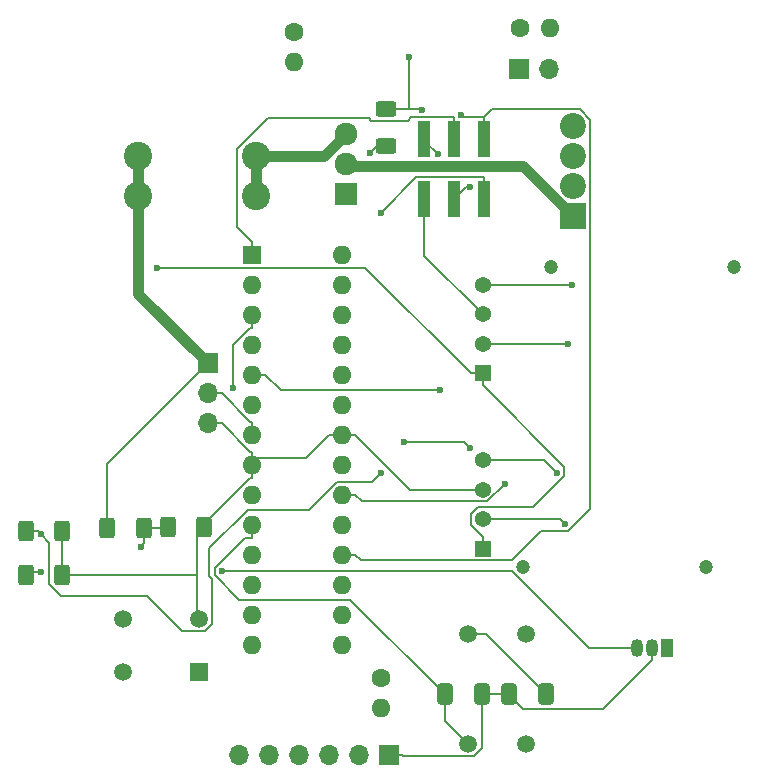
<source format=gbr>
%TF.GenerationSoftware,KiCad,Pcbnew,8.0.1-rc1*%
%TF.CreationDate,2024-11-22T07:55:53-08:00*%
%TF.ProjectId,AMS - CANBus Sensor - Vacuum,414d5320-2d20-4434-914e-427573205365,rev?*%
%TF.SameCoordinates,Original*%
%TF.FileFunction,Copper,L1,Top*%
%TF.FilePolarity,Positive*%
%FSLAX46Y46*%
G04 Gerber Fmt 4.6, Leading zero omitted, Abs format (unit mm)*
G04 Created by KiCad (PCBNEW 8.0.1-rc1) date 2024-11-22 07:55:53*
%MOMM*%
%LPD*%
G01*
G04 APERTURE LIST*
G04 Aperture macros list*
%AMRoundRect*
0 Rectangle with rounded corners*
0 $1 Rounding radius*
0 $2 $3 $4 $5 $6 $7 $8 $9 X,Y pos of 4 corners*
0 Add a 4 corners polygon primitive as box body*
4,1,4,$2,$3,$4,$5,$6,$7,$8,$9,$2,$3,0*
0 Add four circle primitives for the rounded corners*
1,1,$1+$1,$2,$3*
1,1,$1+$1,$4,$5*
1,1,$1+$1,$6,$7*
1,1,$1+$1,$8,$9*
0 Add four rect primitives between the rounded corners*
20,1,$1+$1,$2,$3,$4,$5,0*
20,1,$1+$1,$4,$5,$6,$7,0*
20,1,$1+$1,$6,$7,$8,$9,0*
20,1,$1+$1,$8,$9,$2,$3,0*%
G04 Aperture macros list end*
%TA.AperFunction,ComponentPad*%
%ADD10C,2.400000*%
%TD*%
%TA.AperFunction,ComponentPad*%
%ADD11R,1.500000X1.500000*%
%TD*%
%TA.AperFunction,ComponentPad*%
%ADD12C,1.500000*%
%TD*%
%TA.AperFunction,ComponentPad*%
%ADD13C,1.200000*%
%TD*%
%TA.AperFunction,ComponentPad*%
%ADD14R,1.920000X1.920000*%
%TD*%
%TA.AperFunction,ComponentPad*%
%ADD15C,1.920000*%
%TD*%
%TA.AperFunction,SMDPad,CuDef*%
%ADD16RoundRect,0.250000X-0.412500X-0.650000X0.412500X-0.650000X0.412500X0.650000X-0.412500X0.650000X0*%
%TD*%
%TA.AperFunction,SMDPad,CuDef*%
%ADD17RoundRect,0.250000X-0.400000X-0.625000X0.400000X-0.625000X0.400000X0.625000X-0.400000X0.625000X0*%
%TD*%
%TA.AperFunction,ComponentPad*%
%ADD18C,1.600000*%
%TD*%
%TA.AperFunction,ComponentPad*%
%ADD19O,1.600000X1.600000*%
%TD*%
%TA.AperFunction,ComponentPad*%
%ADD20R,2.200000X2.200000*%
%TD*%
%TA.AperFunction,ComponentPad*%
%ADD21C,2.200000*%
%TD*%
%TA.AperFunction,ComponentPad*%
%ADD22R,1.365000X1.365000*%
%TD*%
%TA.AperFunction,ComponentPad*%
%ADD23C,1.365000*%
%TD*%
%TA.AperFunction,ComponentPad*%
%ADD24R,1.700000X1.700000*%
%TD*%
%TA.AperFunction,ComponentPad*%
%ADD25O,1.700000X1.700000*%
%TD*%
%TA.AperFunction,SMDPad,CuDef*%
%ADD26R,1.000000X3.150000*%
%TD*%
%TA.AperFunction,ComponentPad*%
%ADD27R,1.600000X1.600000*%
%TD*%
%TA.AperFunction,SMDPad,CuDef*%
%ADD28RoundRect,0.250000X0.412500X0.650000X-0.412500X0.650000X-0.412500X-0.650000X0.412500X-0.650000X0*%
%TD*%
%TA.AperFunction,ComponentPad*%
%ADD29R,1.050000X1.500000*%
%TD*%
%TA.AperFunction,ComponentPad*%
%ADD30O,1.050000X1.500000*%
%TD*%
%TA.AperFunction,SMDPad,CuDef*%
%ADD31RoundRect,0.250000X0.625000X-0.400000X0.625000X0.400000X-0.625000X0.400000X-0.625000X-0.400000X0*%
%TD*%
%TA.AperFunction,ViaPad*%
%ADD32C,0.600000*%
%TD*%
%TA.AperFunction,Conductor*%
%ADD33C,0.200000*%
%TD*%
%TA.AperFunction,Conductor*%
%ADD34C,0.889000*%
%TD*%
G04 APERTURE END LIST*
D10*
%TO.P,U5,1,1*%
%TO.N,Net-(Q1-Pad3)*%
X134999500Y-70018000D03*
%TO.P,U5,2,2*%
X134999500Y-73418000D03*
%TO.P,U5,3,3*%
%TO.N,+VDC*%
X125079500Y-70018000D03*
%TO.P,U5,4,4*%
X125079500Y-73418000D03*
%TD*%
D11*
%TO.P,Reset1,1,NO_1*%
%TO.N,/BareMinAtmel328P/RESET*%
X130246900Y-113672200D03*
D12*
%TO.P,Reset1,2,NO_2*%
%TO.N,unconnected-(Reset1-NO_2-Pad2)*%
X123746900Y-113672200D03*
%TO.P,Reset1,3,COM_1*%
%TO.N,GND*%
X130246900Y-109172200D03*
%TO.P,Reset1,4,COM_2*%
%TO.N,unconnected-(Reset1-COM_2-Pad4)*%
X123746900Y-109172200D03*
%TD*%
D13*
%TO.P,R15,1*%
%TO.N,Net-(IC9-RG_1)*%
X157647100Y-104798200D03*
%TO.P,R15,2*%
%TO.N,Net-(IC9-RG_2)*%
X173147100Y-104798200D03*
%TD*%
%TO.P,R14,1*%
%TO.N,Net-(IC8-RG_1)*%
X159993000Y-79369700D03*
%TO.P,R14,2*%
%TO.N,Net-(IC8-RG_2)*%
X175493000Y-79369700D03*
%TD*%
D14*
%TO.P,Q1,1*%
%TO.N,Net-(Q1-Pad1)*%
X142661000Y-73200500D03*
D15*
%TO.P,Q1,2*%
%TO.N,Net-(J1-Pin_1)*%
X142661000Y-70660500D03*
%TO.P,Q1,3*%
%TO.N,Net-(Q1-Pad3)*%
X142661000Y-68120500D03*
%TD*%
D16*
%TO.P,C3,1*%
%TO.N,Net-(U2-XTAL2{slash}PB7)*%
X151058600Y-115592400D03*
%TO.P,C3,2*%
%TO.N,GND*%
X154183600Y-115592400D03*
%TD*%
D17*
%TO.P,R17,1*%
%TO.N,Net-(IC1-+IN_A)*%
X127568600Y-101447900D03*
%TO.P,R17,2*%
%TO.N,GND*%
X130668600Y-101447900D03*
%TD*%
D18*
%TO.P,R7,1*%
%TO.N,Net-(J5-Pin_2)*%
X157377500Y-59141700D03*
D19*
%TO.P,R7,2*%
%TO.N,CANBUS_L*%
X159917500Y-59141700D03*
%TD*%
D20*
%TO.P,J1,1,Pin_1*%
%TO.N,Net-(J1-Pin_1)*%
X161878800Y-75088800D03*
D21*
%TO.P,J1,2,Pin_2*%
%TO.N,GND*%
X161878800Y-72548800D03*
%TO.P,J1,3,Pin_3*%
%TO.N,CANBUS_H*%
X161878800Y-70008800D03*
%TO.P,J1,4,Pin_4*%
%TO.N,CANBUS_L*%
X161878800Y-67468800D03*
%TD*%
D22*
%TO.P,IC6,1,VCC*%
%TO.N,+10V*%
X154212600Y-103245600D03*
D23*
%TO.P,IC6,2,OUTPUT_A*%
%TO.N,Net-(IC6-OUTPUT_A)*%
X154212600Y-100745600D03*
%TO.P,IC6,3,GROUND*%
%TO.N,GND*%
X154212600Y-98245600D03*
%TO.P,IC6,4,OUTPUT_B*%
%TO.N,Net-(IC6-OUTPUT_B)*%
X154212600Y-95745600D03*
%TD*%
D18*
%TO.P,NTC1,1*%
%TO.N,/BareMinAtmel328P/PC0-A0*%
X145636900Y-114199700D03*
D19*
%TO.P,NTC1,2*%
%TO.N,+5V*%
X145636900Y-116739700D03*
%TD*%
D17*
%TO.P,R16,1*%
%TO.N,+VDC*%
X122436000Y-101475200D03*
%TO.P,R16,2*%
%TO.N,Net-(IC1-+IN_A)*%
X125536000Y-101475200D03*
%TD*%
D24*
%TO.P,J3,1,Pin_1*%
%TO.N,GND*%
X146254600Y-120744200D03*
D25*
%TO.P,J3,2,Pin_2*%
%TO.N,unconnected-(J3-Pin_2-Pad2)*%
X143714600Y-120744200D03*
%TO.P,J3,3,Pin_3*%
%TO.N,+5V*%
X141174600Y-120744200D03*
%TO.P,J3,4,Pin_4*%
%TO.N,/BareMinAtmel328P/PD0-RX*%
X138634600Y-120744200D03*
%TO.P,J3,5,Pin_5*%
%TO.N,/BareMinAtmel328P/PD1-TX*%
X136094600Y-120744200D03*
%TO.P,J3,6,Pin_6*%
%TO.N,Net-(J3-Pin_6)*%
X133554600Y-120744200D03*
%TD*%
D22*
%TO.P,IC4,1,VCC*%
%TO.N,+10V*%
X154212600Y-88411000D03*
D23*
%TO.P,IC4,2,OUTPUT_A*%
%TO.N,Net-(IC4-OUTPUT_A)*%
X154212600Y-85911000D03*
%TO.P,IC4,3,GROUND*%
%TO.N,GND*%
X154212600Y-83411000D03*
%TO.P,IC4,4,OUTPUT_B*%
%TO.N,Net-(IC4-OUTPUT_B)*%
X154212600Y-80911000D03*
%TD*%
D18*
%TO.P,R6,1*%
%TO.N,Net-(U4-Rs)*%
X138245100Y-59523000D03*
D19*
%TO.P,R6,2*%
%TO.N,GND*%
X138245100Y-62063000D03*
%TD*%
D24*
%TO.P,Powerboard1,1,Pin_1*%
%TO.N,+VDC*%
X130976300Y-87552600D03*
D25*
%TO.P,Powerboard1,2,Pin_2*%
%TO.N,+5V*%
X130976300Y-90092600D03*
%TO.P,Powerboard1,3,Pin_3*%
%TO.N,GND*%
X130976300Y-92632600D03*
%TD*%
D26*
%TO.P,J4,1,Pin_1*%
%TO.N,/BareMinAtmel328P/PB4-D12-MISO*%
X154355600Y-68596200D03*
%TO.P,J4,2,Pin_2*%
%TO.N,/BareMinAtmel328P/PB5-D13-SCK*%
X154355600Y-73646200D03*
%TO.P,J4,3,Pin_3*%
%TO.N,/BareMinAtmel328P/RESET*%
X151815600Y-68596200D03*
%TO.P,J4,4,Pin_4*%
%TO.N,+5V*%
X151815600Y-73646200D03*
%TO.P,J4,5,Pin_5*%
%TO.N,/BareMinAtmel328P/PB3-D11-MOSI*%
X149275600Y-68596200D03*
%TO.P,J4,6,Pin_6*%
%TO.N,GND*%
X149275600Y-73646200D03*
%TD*%
D27*
%TO.P,U2,1,~{RESET}/PC6*%
%TO.N,/BareMinAtmel328P/RESET*%
X134701200Y-78351400D03*
D19*
%TO.P,U2,2,PD0*%
%TO.N,/BareMinAtmel328P/PD0-RX*%
X134701200Y-80891400D03*
%TO.P,U2,3,PD1*%
%TO.N,/BareMinAtmel328P/PD1-TX*%
X134701200Y-83431400D03*
%TO.P,U2,4,PD2*%
%TO.N,/BareMinAtmel328P/PD2-D2*%
X134701200Y-85971400D03*
%TO.P,U2,5,PD3*%
%TO.N,/ADS1115/Alert{slash}Ready*%
X134701200Y-88511400D03*
%TO.P,U2,6,PD4*%
%TO.N,/BareMinAtmel328P/PD4-D4*%
X134701200Y-91051400D03*
%TO.P,U2,7,VCC*%
%TO.N,+5V*%
X134701200Y-93591400D03*
%TO.P,U2,8,GND*%
%TO.N,GND*%
X134701200Y-96131400D03*
%TO.P,U2,9,XTAL1/PB6*%
%TO.N,Net-(U2-XTAL1{slash}PB6)*%
X134701200Y-98671400D03*
%TO.P,U2,10,XTAL2/PB7*%
%TO.N,Net-(U2-XTAL2{slash}PB7)*%
X134701200Y-101211400D03*
%TO.P,U2,11,PD5*%
%TO.N,/BareMinAtmel328P/PD5-D5*%
X134701200Y-103751400D03*
%TO.P,U2,12,PD6*%
%TO.N,/BareMinAtmel328P/PD6-D6*%
X134701200Y-106291400D03*
%TO.P,U2,13,PD7*%
%TO.N,/BareMinAtmel328P/PD7-D7*%
X134701200Y-108831400D03*
%TO.P,U2,14,PB0*%
%TO.N,/BareMinAtmel328P/PB0-D8*%
X134701200Y-111371400D03*
%TO.P,U2,15,PB1*%
%TO.N,/BareMinAtmel328P/PB1-D9*%
X142321200Y-111371400D03*
%TO.P,U2,16,PB2*%
%TO.N,/BareMinAtmel328P/PB2-D10-SS*%
X142321200Y-108831400D03*
%TO.P,U2,17,PB3*%
%TO.N,/BareMinAtmel328P/PB3-D11-MOSI*%
X142321200Y-106291400D03*
%TO.P,U2,18,PB4*%
%TO.N,/BareMinAtmel328P/PB4-D12-MISO*%
X142321200Y-103751400D03*
%TO.P,U2,19,PB5*%
%TO.N,/BareMinAtmel328P/PB5-D13-SCK*%
X142321200Y-101211400D03*
%TO.P,U2,20,AVCC*%
%TO.N,+5V*%
X142321200Y-98671400D03*
%TO.P,U2,21,AREF*%
%TO.N,/BareMinAtmel328P/AREF*%
X142321200Y-96131400D03*
%TO.P,U2,22,GND*%
%TO.N,GND*%
X142321200Y-93591400D03*
%TO.P,U2,23,PC0*%
%TO.N,/BareMinAtmel328P/PC0-A0*%
X142321200Y-91051400D03*
%TO.P,U2,24,PC1*%
%TO.N,/BareMinAtmel328P/PC1-A1*%
X142321200Y-88511400D03*
%TO.P,U2,25,PC2*%
%TO.N,/BareMinAtmel328P/PC2-A2*%
X142321200Y-85971400D03*
%TO.P,U2,26,PC3*%
%TO.N,/BareMinAtmel328P/PC3-A3*%
X142321200Y-83431400D03*
%TO.P,U2,27,PC4*%
%TO.N,/SDAB*%
X142321200Y-80891400D03*
%TO.P,U2,28,PC5*%
%TO.N,/SCLB*%
X142321200Y-78351400D03*
%TD*%
D24*
%TO.P,J5,1,Pin_1*%
%TO.N,CANBUS_H*%
X157311000Y-62619500D03*
D25*
%TO.P,J5,2,Pin_2*%
%TO.N,Net-(J5-Pin_2)*%
X159851000Y-62619500D03*
%TD*%
D17*
%TO.P,R19,1*%
%TO.N,/ADS1115/AIN0*%
X115539900Y-105468100D03*
%TO.P,R19,2*%
%TO.N,GND*%
X118639900Y-105468100D03*
%TD*%
D12*
%TO.P,Y2,1,1*%
%TO.N,Net-(U3-OSC1)*%
X153001300Y-110501200D03*
%TO.P,Y2,2,2*%
%TO.N,Net-(U3-OSC2)*%
X157881300Y-110501200D03*
%TD*%
D28*
%TO.P,C5,1*%
%TO.N,Net-(U3-OSC1)*%
X159583600Y-115580100D03*
%TO.P,C5,2*%
%TO.N,GND*%
X156458600Y-115580100D03*
%TD*%
D12*
%TO.P,Y1,1,1*%
%TO.N,Net-(U2-XTAL2{slash}PB7)*%
X152976400Y-119755600D03*
%TO.P,Y1,2,2*%
%TO.N,Net-(U2-XTAL1{slash}PB6)*%
X157856400Y-119755600D03*
%TD*%
D29*
%TO.P,U1,1,REF*%
%TO.N,+2V5*%
X169814800Y-111629200D03*
D30*
%TO.P,U1,2,A*%
%TO.N,GND*%
X168544800Y-111629200D03*
%TO.P,U1,3,K*%
%TO.N,+2V5*%
X167274800Y-111629200D03*
%TD*%
D17*
%TO.P,R18,1*%
%TO.N,/ADS1115/AIN3*%
X115545200Y-101795800D03*
%TO.P,R18,2*%
%TO.N,GND*%
X118645200Y-101795800D03*
%TD*%
D31*
%TO.P,R5,1*%
%TO.N,Net-(U3-~{RESET})*%
X146060400Y-69117100D03*
%TO.P,R5,2*%
%TO.N,+5V*%
X146060400Y-66017100D03*
%TD*%
D32*
%TO.N,Net-(IC6-OUTPUT_A)*%
X161213100Y-101189400D03*
%TO.N,Net-(IC6-OUTPUT_B)*%
X160513900Y-96831600D03*
%TO.N,Net-(IC4-OUTPUT_A)*%
X161447600Y-85911000D03*
%TO.N,Net-(IC4-OUTPUT_B)*%
X161775000Y-80911000D03*
%TO.N,/ADS1115/AIN2*%
X147586200Y-94242500D03*
X153143600Y-94705800D03*
%TO.N,/ADS1115/Alert{slash}Ready*%
X150641300Y-89839500D03*
%TO.N,Net-(IC1-+IN_A)*%
X125260600Y-103081700D03*
%TO.N,Net-(U3-~{RESET})*%
X144668200Y-69720800D03*
%TO.N,+2V5*%
X132131200Y-105169500D03*
%TO.N,+10V*%
X126647800Y-79481400D03*
%TO.N,/ADS1115/AIN0*%
X116866100Y-105230600D03*
%TO.N,/ADS1115/AIN3*%
X145575200Y-96856600D03*
X116799200Y-102045700D03*
%TO.N,/BareMinAtmel328P/PD1-TX*%
X133070600Y-89659900D03*
%TO.N,/BareMinAtmel328P/PB4-D12-MISO*%
X152428100Y-66517200D03*
%TO.N,/BareMinAtmel328P/PB3-D11-MOSI*%
X150424300Y-69869400D03*
%TO.N,/BareMinAtmel328P/PB5-D13-SCK*%
X145581000Y-74799700D03*
%TO.N,+5V*%
X156118300Y-97744900D03*
X153111200Y-72658300D03*
X149122600Y-66084300D03*
X148008700Y-61592000D03*
%TD*%
D33*
%TO.N,Net-(IC6-OUTPUT_A)*%
X160769300Y-100745600D02*
X161213100Y-101189400D01*
X154212600Y-100745600D02*
X160769300Y-100745600D01*
%TO.N,Net-(IC6-OUTPUT_B)*%
X159427900Y-95745600D02*
X160513900Y-96831600D01*
X154212600Y-95745600D02*
X159427900Y-95745600D01*
%TO.N,Net-(IC4-OUTPUT_A)*%
X154212600Y-85911000D02*
X161447600Y-85911000D01*
%TO.N,Net-(IC4-OUTPUT_B)*%
X154212600Y-80911000D02*
X161775000Y-80911000D01*
%TO.N,/ADS1115/AIN2*%
X152680300Y-94242500D02*
X147586200Y-94242500D01*
X153143600Y-94705800D02*
X152680300Y-94242500D01*
%TO.N,/ADS1115/Alert{slash}Ready*%
X134701200Y-88511400D02*
X135802900Y-88511400D01*
X137131000Y-89839500D02*
X150641300Y-89839500D01*
X135802900Y-88511400D02*
X137131000Y-89839500D01*
%TO.N,Net-(IC1-+IN_A)*%
X127541300Y-101475200D02*
X127568600Y-101447900D01*
X125536000Y-101475200D02*
X127541300Y-101475200D01*
X125536000Y-102806300D02*
X125260600Y-103081700D01*
X125536000Y-101475200D02*
X125536000Y-102806300D01*
%TO.N,Net-(U3-~{RESET})*%
X145271900Y-69117100D02*
X144668200Y-69720800D01*
X146060400Y-69117100D02*
X145271900Y-69117100D01*
%TO.N,+2V5*%
X156743200Y-105169500D02*
X132131200Y-105169500D01*
X163202900Y-111629200D02*
X156743200Y-105169500D01*
X167274800Y-111629200D02*
X163202900Y-111629200D01*
%TO.N,+10V*%
X144298800Y-79481400D02*
X126647800Y-79481400D01*
X153228400Y-88411000D02*
X144298800Y-79481400D01*
X153720500Y-88411000D02*
X153228400Y-88411000D01*
X153720500Y-88411000D02*
X154212600Y-88411000D01*
X154212600Y-88411000D02*
X154212600Y-89395200D01*
X154212600Y-103245600D02*
X154212600Y-102261400D01*
X161136100Y-96318700D02*
X154212600Y-89395200D01*
X161136100Y-97061700D02*
X161136100Y-96318700D01*
X158497300Y-99700500D02*
X161136100Y-97061700D01*
X153804700Y-99700500D02*
X158497300Y-99700500D01*
X153228400Y-100276800D02*
X153804700Y-99700500D01*
X153228400Y-101277200D02*
X153228400Y-100276800D01*
X154212600Y-102261400D02*
X153228400Y-101277200D01*
%TO.N,Net-(J1-Pin_1)*%
X161878800Y-75088800D02*
X161878900Y-75088700D01*
D34*
X157606000Y-70815700D02*
X161878900Y-75088700D01*
X142816000Y-70815700D02*
X157606000Y-70815700D01*
X142661000Y-70660500D02*
X142816000Y-70815700D01*
X161878900Y-75088700D02*
X161879000Y-75088800D01*
D33*
%TO.N,Net-(U3-OSC1)*%
X154504700Y-110501200D02*
X153001300Y-110501200D01*
X159583600Y-115580100D02*
X154504700Y-110501200D01*
%TO.N,Net-(U2-XTAL2{slash}PB7)*%
X151058600Y-117837800D02*
X151058600Y-115592400D01*
X152976400Y-119755600D02*
X151058600Y-117837800D01*
X134701200Y-101211400D02*
X134701200Y-102313100D01*
X134085300Y-102313100D02*
X134701200Y-102313100D01*
X131529500Y-104868900D02*
X134085300Y-102313100D01*
X131529500Y-105473900D02*
X131529500Y-104868900D01*
X133617000Y-107561400D02*
X131529500Y-105473900D01*
X143027600Y-107561400D02*
X133617000Y-107561400D01*
X151058600Y-115592400D02*
X143027600Y-107561400D01*
D34*
%TO.N,Net-(Q1-Pad3)*%
X135000000Y-71718000D02*
X135000000Y-73418000D01*
D33*
X134999500Y-71718500D02*
X134999500Y-73418000D01*
X135000000Y-71718000D02*
X134999500Y-71718500D01*
X137882000Y-70018000D02*
X134999500Y-70018000D01*
D34*
X140764000Y-70018000D02*
X137882000Y-70018000D01*
X142661000Y-68120500D02*
X140764000Y-70018000D01*
X135000000Y-70018000D02*
X135000000Y-71718000D01*
X137882000Y-70018000D02*
X135000000Y-70018000D01*
D33*
%TO.N,/ADS1115/AIN0*%
X116866100Y-105230700D02*
X116866100Y-105230600D01*
X115777300Y-105230700D02*
X116866100Y-105230700D01*
X115539900Y-105468100D02*
X115777300Y-105230700D01*
%TO.N,/ADS1115/AIN3*%
X116549300Y-101795800D02*
X116799200Y-102045700D01*
X115545200Y-101795800D02*
X116549300Y-101795800D01*
X144862100Y-97569700D02*
X145575200Y-96856600D01*
X141864800Y-97569700D02*
X144862100Y-97569700D01*
X139493100Y-99941400D02*
X141864800Y-97569700D01*
X134340400Y-99941400D02*
X139493100Y-99941400D01*
X131077900Y-103203900D02*
X134340400Y-99941400D01*
X131077900Y-105593000D02*
X131077900Y-103203900D01*
X131329500Y-105844600D02*
X131077900Y-105593000D01*
X131329500Y-109598300D02*
X131329500Y-105844600D01*
X130703700Y-110224100D02*
X131329500Y-109598300D01*
X128782000Y-110224100D02*
X130703700Y-110224100D01*
X125802000Y-107244100D02*
X128782000Y-110224100D01*
X118535300Y-107244100D02*
X125802000Y-107244100D01*
X117517100Y-106225900D02*
X118535300Y-107244100D01*
X117517100Y-102763600D02*
X117517100Y-106225900D01*
X116799200Y-102045700D02*
X117517100Y-102763600D01*
%TO.N,+VDC*%
X125079500Y-72422300D02*
X125079500Y-73418000D01*
X125080000Y-72421800D02*
X125079500Y-72422300D01*
D34*
X125080000Y-70018000D02*
X125080000Y-71219900D01*
X125080000Y-71219900D02*
X125080000Y-72421800D01*
D33*
X125079500Y-71219400D02*
X125079500Y-70018000D01*
X125080000Y-71219900D02*
X125079500Y-71219400D01*
D34*
X125080000Y-81655800D02*
X130976000Y-87552600D01*
X125080000Y-72421800D02*
X125080000Y-81655800D01*
D33*
X130976300Y-87552600D02*
X130976000Y-87552600D01*
X122436000Y-96092600D02*
X130976000Y-87552600D01*
X122436000Y-101475200D02*
X122436000Y-96092600D01*
%TO.N,/BareMinAtmel328P/PD1-TX*%
X134701200Y-83431400D02*
X134701200Y-84533100D01*
X133070600Y-86026000D02*
X133070600Y-89659900D01*
X134563500Y-84533100D02*
X133070600Y-86026000D01*
X134701200Y-84533100D02*
X134563500Y-84533100D01*
%TO.N,/BareMinAtmel328P/PB4-D12-MISO*%
X154355600Y-68596200D02*
X154355600Y-66719500D01*
X142321200Y-103751400D02*
X143422900Y-103751400D01*
X152630400Y-66719500D02*
X152428100Y-66517200D01*
X154355600Y-66719500D02*
X152630400Y-66719500D01*
X155016300Y-66058800D02*
X154355600Y-66719500D01*
X162469000Y-66058800D02*
X155016300Y-66058800D01*
X163332400Y-66922200D02*
X162469000Y-66058800D01*
X163332400Y-99921000D02*
X163332400Y-66922200D01*
X161462300Y-101791100D02*
X163332400Y-99921000D01*
X159184100Y-101791100D02*
X161462300Y-101791100D01*
X156745400Y-104229800D02*
X159184100Y-101791100D01*
X143901300Y-104229800D02*
X156745400Y-104229800D01*
X143422900Y-103751400D02*
X143901300Y-104229800D01*
%TO.N,/BareMinAtmel328P/PB3-D11-MOSI*%
X149275600Y-68720700D02*
X150424300Y-69869400D01*
X149275600Y-68596200D02*
X149275600Y-68720700D01*
%TO.N,/BareMinAtmel328P/PB5-D13-SCK*%
X154355600Y-73646200D02*
X154355600Y-71769500D01*
X148611200Y-71769500D02*
X145581000Y-74799700D01*
X154355600Y-71769500D02*
X148611200Y-71769500D01*
%TO.N,+5V*%
X134525100Y-92489700D02*
X134701200Y-92489700D01*
X132128000Y-90092600D02*
X134525100Y-92489700D01*
X130976300Y-90092600D02*
X132128000Y-90092600D01*
X134701200Y-93591400D02*
X134701200Y-92489700D01*
X142321200Y-98671400D02*
X143422900Y-98671400D01*
X152803500Y-72658300D02*
X153111200Y-72658300D01*
X151815600Y-73646200D02*
X152803500Y-72658300D01*
X143989500Y-99238000D02*
X143422900Y-98671400D01*
X154625200Y-99238000D02*
X143989500Y-99238000D01*
X156118300Y-97744900D02*
X154625200Y-99238000D01*
X148008700Y-66017100D02*
X148008700Y-61592000D01*
X149055400Y-66017100D02*
X148008700Y-66017100D01*
X149122600Y-66084300D02*
X149055400Y-66017100D01*
X148008700Y-66017100D02*
X146060400Y-66017100D01*
%TO.N,/BareMinAtmel328P/RESET*%
X134701200Y-78351400D02*
X134701200Y-77249700D01*
X151815600Y-68596200D02*
X151815600Y-66719500D01*
X148159000Y-66719500D02*
X151815600Y-66719500D01*
X147875000Y-67003500D02*
X148159000Y-66719500D01*
X144805800Y-67003500D02*
X147875000Y-67003500D01*
X144630100Y-66827800D02*
X144805800Y-67003500D01*
X136040600Y-66827800D02*
X144630100Y-66827800D01*
X133464800Y-69403600D02*
X136040600Y-66827800D01*
X133464800Y-76013300D02*
X133464800Y-69403600D01*
X134701200Y-77249700D02*
X133464800Y-76013300D01*
%TO.N,GND*%
X146254600Y-120744200D02*
X147406300Y-120744200D01*
X142321200Y-93591400D02*
X143422900Y-93591400D01*
X148077100Y-98245600D02*
X143422900Y-93591400D01*
X154212600Y-98245600D02*
X148077100Y-98245600D01*
X134701200Y-96131400D02*
X134701200Y-97233100D01*
X134525100Y-95029700D02*
X134701200Y-95029700D01*
X132128000Y-92632600D02*
X134525100Y-95029700D01*
X130976300Y-92632600D02*
X132128000Y-92632600D01*
X134701200Y-96131400D02*
X134701200Y-95580500D01*
X134701200Y-95580500D02*
X134701200Y-95029700D01*
X139230400Y-95580500D02*
X141219500Y-93591400D01*
X134701200Y-95580500D02*
X139230400Y-95580500D01*
X142321200Y-93591400D02*
X141219500Y-93591400D01*
X149275600Y-78474000D02*
X149275600Y-73646200D01*
X154212600Y-83411000D02*
X149275600Y-78474000D01*
X147477400Y-120815300D02*
X147406300Y-120744200D01*
X153473000Y-120815300D02*
X147477400Y-120815300D01*
X154183600Y-120104700D02*
X153473000Y-120815300D01*
X154183600Y-115592400D02*
X154183600Y-120104700D01*
X130668600Y-101128000D02*
X130668600Y-101447900D01*
X134563500Y-97233100D02*
X130668600Y-101128000D01*
X134701200Y-97233100D02*
X134563500Y-97233100D01*
X130070900Y-102045600D02*
X130070900Y-105468100D01*
X130668600Y-101447900D02*
X130070900Y-102045600D01*
X130070900Y-108996200D02*
X130246900Y-109172200D01*
X130070900Y-105468100D02*
X130070900Y-108996200D01*
X156446300Y-115592400D02*
X156458600Y-115580100D01*
X154183600Y-115592400D02*
X156446300Y-115592400D01*
X168544800Y-111629200D02*
X168544800Y-112680900D01*
X164432500Y-116793200D02*
X168544800Y-112680900D01*
X157671700Y-116793200D02*
X164432500Y-116793200D01*
X156458600Y-115580100D02*
X157671700Y-116793200D01*
X118645200Y-105468100D02*
X118645200Y-101795800D01*
X130070900Y-105468100D02*
X118645200Y-105468100D01*
X118645200Y-105468100D02*
X118639900Y-105468100D01*
%TD*%
M02*

</source>
